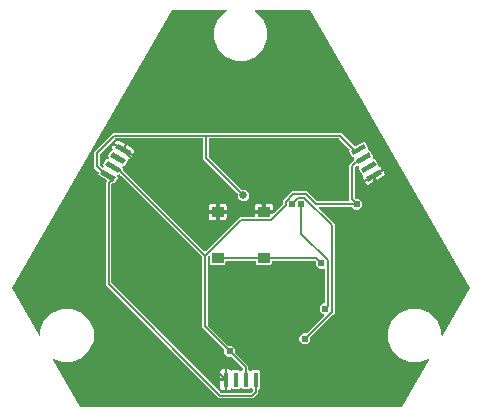
<source format=gtl>
G04 EAGLE Gerber RS-274X export*
G75*
%MOMM*%
%FSLAX34Y34*%
%LPD*%
%INTop Copper*%
%IPPOS*%
%AMOC8*
5,1,8,0,0,1.08239X$1,22.5*%
G01*
%ADD10R,1.000000X0.900000*%
%ADD11R,0.420000X1.300000*%
%ADD12C,0.152400*%
%ADD13C,0.609600*%
%ADD14C,0.654800*%

G36*
X336067Y9250D02*
X336067Y9250D01*
X336134Y9251D01*
X336187Y9269D01*
X336243Y9279D01*
X336302Y9310D01*
X336366Y9333D01*
X336411Y9367D01*
X336460Y9394D01*
X336507Y9443D01*
X336560Y9484D01*
X336607Y9548D01*
X336630Y9572D01*
X336638Y9591D01*
X336659Y9619D01*
X359419Y49044D01*
X359462Y49157D01*
X359505Y49270D01*
X359505Y49272D01*
X359506Y49274D01*
X359510Y49393D01*
X359515Y49515D01*
X359515Y49517D01*
X359515Y49519D01*
X359480Y49636D01*
X359447Y49752D01*
X359446Y49753D01*
X359445Y49755D01*
X359375Y49855D01*
X359307Y49954D01*
X359305Y49955D01*
X359304Y49957D01*
X359206Y50029D01*
X359109Y50100D01*
X359107Y50101D01*
X359105Y50102D01*
X358990Y50139D01*
X358875Y50177D01*
X358873Y50177D01*
X358871Y50177D01*
X358750Y50175D01*
X358629Y50174D01*
X358627Y50174D01*
X358625Y50173D01*
X358618Y50171D01*
X358468Y50127D01*
X352027Y47459D01*
X343059Y47459D01*
X334775Y50891D01*
X328434Y57232D01*
X325002Y65516D01*
X325002Y74484D01*
X328434Y82768D01*
X334775Y89109D01*
X343059Y92541D01*
X352027Y92541D01*
X360311Y89109D01*
X366652Y82768D01*
X370084Y74484D01*
X370084Y70359D01*
X370091Y70311D01*
X370090Y70263D01*
X370111Y70191D01*
X370123Y70116D01*
X370146Y70073D01*
X370160Y70027D01*
X370203Y69965D01*
X370239Y69898D01*
X370273Y69865D01*
X370301Y69826D01*
X370362Y69781D01*
X370417Y69729D01*
X370460Y69709D01*
X370499Y69680D01*
X370571Y69657D01*
X370640Y69625D01*
X370688Y69620D01*
X370733Y69605D01*
X370809Y69607D01*
X370884Y69598D01*
X370931Y69608D01*
X370979Y69609D01*
X371051Y69634D01*
X371125Y69651D01*
X371166Y69675D01*
X371211Y69691D01*
X371271Y69738D01*
X371336Y69777D01*
X371367Y69813D01*
X371405Y69843D01*
X371481Y69946D01*
X371496Y69964D01*
X371498Y69970D01*
X371504Y69978D01*
X394389Y109619D01*
X394413Y109683D01*
X394446Y109742D01*
X394456Y109797D01*
X394476Y109850D01*
X394479Y109917D01*
X394491Y109983D01*
X394483Y110039D01*
X394485Y110095D01*
X394466Y110160D01*
X394457Y110227D01*
X394425Y110300D01*
X394415Y110331D01*
X394403Y110348D01*
X394389Y110381D01*
X258719Y345381D01*
X258676Y345433D01*
X258642Y345491D01*
X258599Y345527D01*
X258564Y345571D01*
X258506Y345607D01*
X258455Y345651D01*
X258403Y345672D01*
X258355Y345702D01*
X258290Y345717D01*
X258227Y345743D01*
X258148Y345752D01*
X258116Y345759D01*
X258095Y345757D01*
X258060Y345761D01*
X212925Y345761D01*
X212829Y345746D01*
X212732Y345736D01*
X212708Y345726D01*
X212682Y345722D01*
X212596Y345676D01*
X212507Y345636D01*
X212488Y345619D01*
X212465Y345606D01*
X212398Y345536D01*
X212326Y345470D01*
X212313Y345447D01*
X212295Y345428D01*
X212254Y345340D01*
X212207Y345254D01*
X212203Y345229D01*
X212192Y345205D01*
X212181Y345108D01*
X212164Y345012D01*
X212167Y344986D01*
X212165Y344961D01*
X212185Y344865D01*
X212199Y344769D01*
X212211Y344746D01*
X212217Y344720D01*
X212267Y344637D01*
X212311Y344550D01*
X212330Y344531D01*
X212343Y344509D01*
X212417Y344446D01*
X212486Y344378D01*
X212515Y344362D01*
X212530Y344349D01*
X212561Y344337D01*
X212633Y344297D01*
X213086Y344109D01*
X219427Y337768D01*
X222859Y329484D01*
X222859Y320516D01*
X219427Y312232D01*
X213086Y305891D01*
X204802Y302459D01*
X195834Y302459D01*
X187550Y305891D01*
X181209Y312232D01*
X177777Y320516D01*
X177777Y329484D01*
X181209Y337768D01*
X187550Y344109D01*
X188003Y344297D01*
X188086Y344348D01*
X188171Y344394D01*
X188189Y344412D01*
X188212Y344426D01*
X188274Y344502D01*
X188341Y344572D01*
X188352Y344596D01*
X188368Y344616D01*
X188403Y344707D01*
X188444Y344795D01*
X188447Y344821D01*
X188457Y344845D01*
X188461Y344943D01*
X188471Y345039D01*
X188466Y345065D01*
X188467Y345091D01*
X188440Y345185D01*
X188419Y345280D01*
X188406Y345302D01*
X188399Y345327D01*
X188343Y345407D01*
X188293Y345491D01*
X188273Y345508D01*
X188258Y345529D01*
X188180Y345588D01*
X188106Y345651D01*
X188082Y345661D01*
X188061Y345676D01*
X187968Y345706D01*
X187878Y345743D01*
X187846Y345746D01*
X187827Y345752D01*
X187794Y345752D01*
X187711Y345761D01*
X142580Y345761D01*
X142513Y345750D01*
X142446Y345749D01*
X142393Y345731D01*
X142337Y345722D01*
X142278Y345690D01*
X142214Y345667D01*
X142169Y345633D01*
X142120Y345606D01*
X142073Y345557D01*
X142020Y345516D01*
X141973Y345452D01*
X141951Y345428D01*
X141942Y345409D01*
X141921Y345381D01*
X6251Y110381D01*
X6227Y110317D01*
X6194Y110258D01*
X6184Y110203D01*
X6164Y110151D01*
X6161Y110083D01*
X6149Y110017D01*
X6157Y109961D01*
X6155Y109905D01*
X6174Y109840D01*
X6183Y109773D01*
X6215Y109700D01*
X6225Y109669D01*
X6237Y109652D01*
X6251Y109619D01*
X29133Y69990D01*
X29163Y69953D01*
X29186Y69910D01*
X29240Y69858D01*
X29289Y69800D01*
X29329Y69774D01*
X29364Y69741D01*
X29433Y69709D01*
X29497Y69669D01*
X29544Y69658D01*
X29587Y69637D01*
X29662Y69629D01*
X29736Y69611D01*
X29784Y69616D01*
X29831Y69610D01*
X29906Y69626D01*
X29981Y69633D01*
X30025Y69652D01*
X30072Y69663D01*
X30137Y69702D01*
X30206Y69732D01*
X30242Y69764D01*
X30283Y69789D01*
X30332Y69846D01*
X30388Y69897D01*
X30412Y69939D01*
X30443Y69976D01*
X30471Y70046D01*
X30508Y70112D01*
X30517Y70159D01*
X30535Y70204D01*
X30549Y70332D01*
X30553Y70354D01*
X30552Y70361D01*
X30553Y70371D01*
X30553Y74484D01*
X33985Y82768D01*
X40326Y89109D01*
X48610Y92541D01*
X57578Y92541D01*
X65862Y89109D01*
X72203Y82768D01*
X75635Y74484D01*
X75635Y65516D01*
X72203Y57232D01*
X65862Y50891D01*
X57578Y47459D01*
X48610Y47459D01*
X42181Y50123D01*
X42062Y50150D01*
X41945Y50178D01*
X41943Y50178D01*
X41941Y50179D01*
X41822Y50167D01*
X41700Y50157D01*
X41698Y50156D01*
X41696Y50156D01*
X41587Y50107D01*
X41475Y50058D01*
X41473Y50056D01*
X41472Y50056D01*
X41382Y49973D01*
X41293Y49892D01*
X41292Y49891D01*
X41290Y49889D01*
X41231Y49780D01*
X41173Y49678D01*
X41173Y49676D01*
X41172Y49674D01*
X41150Y49552D01*
X41128Y49436D01*
X41129Y49434D01*
X41128Y49432D01*
X41146Y49309D01*
X41163Y49192D01*
X41164Y49190D01*
X41164Y49188D01*
X41168Y49181D01*
X41230Y49039D01*
X63991Y9619D01*
X64034Y9567D01*
X64068Y9509D01*
X64111Y9473D01*
X64147Y9429D01*
X64204Y9393D01*
X64255Y9349D01*
X64307Y9328D01*
X64355Y9298D01*
X64421Y9283D01*
X64483Y9257D01*
X64562Y9248D01*
X64594Y9241D01*
X64615Y9243D01*
X64650Y9239D01*
X336000Y9239D01*
X336067Y9250D01*
G37*
%LPC*%
G36*
X182053Y16713D02*
X182053Y16713D01*
X86213Y112553D01*
X86213Y199947D01*
X86794Y200528D01*
X86864Y200625D01*
X86934Y200720D01*
X86935Y200724D01*
X86938Y200728D01*
X86972Y200841D01*
X87009Y200955D01*
X87009Y200959D01*
X87010Y200963D01*
X87007Y201081D01*
X87005Y201201D01*
X87004Y201204D01*
X87004Y201209D01*
X86963Y201321D01*
X86923Y201432D01*
X86921Y201436D01*
X86919Y201440D01*
X86845Y201532D01*
X86840Y201538D01*
X86825Y201565D01*
X86810Y201577D01*
X86772Y201626D01*
X86768Y201629D01*
X86765Y201632D01*
X86754Y201639D01*
X86638Y201725D01*
X86636Y201726D01*
X79865Y205635D01*
X79538Y206855D01*
X79932Y207536D01*
X79947Y207577D01*
X79971Y207614D01*
X79991Y207692D01*
X80019Y207766D01*
X80020Y207810D01*
X80031Y207853D01*
X80025Y207932D01*
X80028Y208012D01*
X80015Y208054D01*
X80012Y208098D01*
X79981Y208171D01*
X79977Y208184D01*
X79972Y208205D01*
X79969Y208210D01*
X79958Y208248D01*
X79933Y208284D01*
X79916Y208324D01*
X79858Y208396D01*
X79846Y208416D01*
X79834Y208427D01*
X79825Y208438D01*
X79817Y208449D01*
X79814Y208451D01*
X79811Y208455D01*
X76213Y212053D01*
X76213Y225447D01*
X92053Y241287D01*
X285447Y241287D01*
X296593Y230141D01*
X296629Y230115D01*
X296658Y230083D01*
X296728Y230044D01*
X296793Y229997D01*
X296835Y229984D01*
X296873Y229963D01*
X296951Y229949D01*
X297028Y229925D01*
X297072Y229926D01*
X297115Y229918D01*
X297194Y229929D01*
X297274Y229931D01*
X297315Y229946D01*
X297358Y229953D01*
X297491Y230011D01*
X297505Y230016D01*
X297507Y230018D01*
X297512Y230020D01*
X304400Y233997D01*
X305620Y233670D01*
X308352Y228939D01*
X307993Y227600D01*
X307991Y227580D01*
X307984Y227561D01*
X307979Y227458D01*
X307968Y227355D01*
X307973Y227335D01*
X307972Y227316D01*
X308000Y227216D01*
X308023Y227115D01*
X308034Y227098D01*
X308039Y227079D01*
X308098Y226993D01*
X308152Y226905D01*
X308167Y226893D01*
X308178Y226876D01*
X308261Y226814D01*
X308340Y226748D01*
X308359Y226740D01*
X308375Y226728D01*
X308531Y226667D01*
X309870Y226309D01*
X312602Y221577D01*
X312243Y220238D01*
X312241Y220219D01*
X312234Y220200D01*
X312229Y220097D01*
X312218Y219994D01*
X312223Y219974D01*
X312222Y219954D01*
X312250Y219855D01*
X312273Y219754D01*
X312284Y219737D01*
X312289Y219718D01*
X312348Y219632D01*
X312402Y219544D01*
X312417Y219531D01*
X312428Y219515D01*
X312511Y219453D01*
X312590Y219386D01*
X312609Y219379D01*
X312625Y219367D01*
X312781Y219306D01*
X314120Y218947D01*
X316852Y214216D01*
X316734Y213776D01*
X316722Y213656D01*
X316709Y213539D01*
X316710Y213535D01*
X316709Y213531D01*
X316736Y213415D01*
X316761Y213299D01*
X316763Y213295D01*
X316764Y213291D01*
X316826Y213190D01*
X316887Y213088D01*
X316890Y213085D01*
X316892Y213082D01*
X316983Y213006D01*
X317074Y212928D01*
X317078Y212926D01*
X317081Y212924D01*
X317190Y212881D01*
X317302Y212836D01*
X317307Y212835D01*
X317310Y212834D01*
X317324Y212834D01*
X317469Y212818D01*
X317700Y212818D01*
X318346Y212644D01*
X318925Y212310D01*
X319398Y211837D01*
X320091Y210637D01*
X312511Y206261D01*
X312496Y206248D01*
X312477Y206240D01*
X312401Y206171D01*
X312321Y206105D01*
X312310Y206088D01*
X312295Y206075D01*
X312286Y206058D01*
X312204Y206051D01*
X312185Y206043D01*
X312166Y206040D01*
X312012Y205973D01*
X304432Y201596D01*
X303739Y202796D01*
X303566Y203442D01*
X303566Y204111D01*
X303739Y204758D01*
X303855Y204958D01*
X303897Y205069D01*
X303940Y205180D01*
X303940Y205184D01*
X303942Y205188D01*
X303946Y205308D01*
X303952Y205425D01*
X303951Y205429D01*
X303951Y205433D01*
X303917Y205548D01*
X303885Y205662D01*
X303882Y205665D01*
X303881Y205669D01*
X303813Y205766D01*
X303746Y205865D01*
X303742Y205867D01*
X303740Y205871D01*
X303645Y205941D01*
X303549Y206012D01*
X303544Y206014D01*
X303542Y206016D01*
X303529Y206020D01*
X303393Y206073D01*
X302952Y206191D01*
X300221Y210923D01*
X300580Y212262D01*
X300582Y212281D01*
X300589Y212300D01*
X300594Y212403D01*
X300604Y212506D01*
X300600Y212526D01*
X300601Y212546D01*
X300572Y212645D01*
X300549Y212746D01*
X300539Y212763D01*
X300533Y212782D01*
X300475Y212868D01*
X300421Y212956D01*
X300405Y212969D01*
X300394Y212985D01*
X300312Y213047D01*
X300232Y213114D01*
X300213Y213121D01*
X300198Y213133D01*
X300041Y213194D01*
X298799Y213527D01*
X298732Y213533D01*
X298666Y213550D01*
X298610Y213546D01*
X298554Y213551D01*
X298488Y213536D01*
X298421Y213531D01*
X298369Y213509D01*
X298314Y213496D01*
X298257Y213461D01*
X298195Y213435D01*
X298133Y213385D01*
X298105Y213368D01*
X298091Y213352D01*
X298064Y213330D01*
X297010Y212276D01*
X296957Y212202D01*
X296936Y212178D01*
X296918Y212159D01*
X296916Y212155D01*
X296897Y212132D01*
X296885Y212102D01*
X296866Y212076D01*
X296839Y211989D01*
X296815Y211936D01*
X296814Y211925D01*
X296805Y211904D01*
X296801Y211863D01*
X296794Y211841D01*
X296795Y211809D01*
X296787Y211737D01*
X296787Y186334D01*
X296790Y186314D01*
X296788Y186295D01*
X296810Y186193D01*
X296826Y186091D01*
X296836Y186074D01*
X296840Y186054D01*
X296893Y185965D01*
X296942Y185874D01*
X296956Y185860D01*
X296966Y185843D01*
X297045Y185776D01*
X297120Y185704D01*
X297138Y185696D01*
X297153Y185683D01*
X297249Y185644D01*
X297343Y185601D01*
X297363Y185599D01*
X297381Y185591D01*
X297548Y185573D01*
X300394Y185573D01*
X303073Y182894D01*
X303073Y179106D01*
X300394Y176427D01*
X296606Y176427D01*
X294543Y178490D01*
X294469Y178543D01*
X294399Y178603D01*
X294369Y178615D01*
X294343Y178634D01*
X294256Y178661D01*
X294171Y178695D01*
X294130Y178699D01*
X294108Y178706D01*
X294076Y178705D01*
X294005Y178713D01*
X266858Y178713D01*
X266788Y178702D01*
X266716Y178700D01*
X266667Y178682D01*
X266616Y178674D01*
X266552Y178640D01*
X266485Y178615D01*
X266444Y178583D01*
X266398Y178558D01*
X266349Y178506D01*
X266293Y178462D01*
X266265Y178418D01*
X266229Y178380D01*
X266199Y178315D01*
X266160Y178255D01*
X266147Y178204D01*
X266125Y178157D01*
X266117Y178086D01*
X266100Y178016D01*
X266104Y177964D01*
X266098Y177913D01*
X266113Y177842D01*
X266119Y177771D01*
X266139Y177723D01*
X266150Y177672D01*
X266187Y177611D01*
X266215Y177545D01*
X266260Y177489D01*
X266277Y177461D01*
X266294Y177446D01*
X266320Y177414D01*
X279787Y163947D01*
X279787Y89053D01*
X278224Y87490D01*
X259296Y68562D01*
X259243Y68488D01*
X259183Y68418D01*
X259171Y68388D01*
X259152Y68362D01*
X259125Y68275D01*
X259091Y68190D01*
X259087Y68149D01*
X259080Y68127D01*
X259081Y68095D01*
X259073Y68024D01*
X259073Y65106D01*
X256394Y62427D01*
X252606Y62427D01*
X249927Y65106D01*
X249927Y68894D01*
X252606Y71573D01*
X255524Y71573D01*
X255614Y71587D01*
X255705Y71595D01*
X255734Y71607D01*
X255766Y71612D01*
X255847Y71655D01*
X255931Y71691D01*
X255963Y71717D01*
X255984Y71728D01*
X256006Y71751D01*
X256062Y71796D01*
X270894Y86628D01*
X270936Y86686D01*
X270985Y86738D01*
X271007Y86785D01*
X271037Y86827D01*
X271058Y86896D01*
X271089Y86961D01*
X271094Y87013D01*
X271110Y87063D01*
X271108Y87134D01*
X271116Y87205D01*
X271105Y87256D01*
X271103Y87308D01*
X271079Y87376D01*
X271064Y87446D01*
X271037Y87490D01*
X271019Y87539D01*
X270974Y87595D01*
X270937Y87657D01*
X270898Y87691D01*
X270865Y87731D01*
X270805Y87770D01*
X270750Y87817D01*
X270702Y87836D01*
X270658Y87864D01*
X270589Y87882D01*
X270522Y87909D01*
X270451Y87917D01*
X270420Y87925D01*
X270396Y87923D01*
X270356Y87927D01*
X270106Y87927D01*
X267427Y90606D01*
X267427Y94394D01*
X270106Y97073D01*
X270952Y97073D01*
X270972Y97076D01*
X270991Y97074D01*
X271093Y97096D01*
X271195Y97112D01*
X271212Y97122D01*
X271232Y97126D01*
X271321Y97179D01*
X271412Y97228D01*
X271426Y97242D01*
X271443Y97252D01*
X271510Y97331D01*
X271582Y97406D01*
X271590Y97424D01*
X271603Y97439D01*
X271642Y97535D01*
X271685Y97629D01*
X271687Y97649D01*
X271695Y97667D01*
X271713Y97834D01*
X271713Y125909D01*
X271702Y125979D01*
X271700Y126051D01*
X271682Y126100D01*
X271674Y126151D01*
X271640Y126215D01*
X271615Y126282D01*
X271583Y126323D01*
X271558Y126369D01*
X271507Y126418D01*
X271462Y126474D01*
X271418Y126502D01*
X271380Y126538D01*
X271315Y126568D01*
X271255Y126607D01*
X271204Y126620D01*
X271157Y126642D01*
X271086Y126650D01*
X271016Y126667D01*
X270964Y126663D01*
X270913Y126669D01*
X270842Y126654D01*
X270771Y126648D01*
X270723Y126628D01*
X270672Y126617D01*
X270611Y126580D01*
X270545Y126552D01*
X270489Y126507D01*
X270461Y126490D01*
X270446Y126473D01*
X270414Y126447D01*
X270394Y126427D01*
X266606Y126427D01*
X263927Y129106D01*
X263927Y132023D01*
X263913Y132114D01*
X263905Y132204D01*
X263893Y132234D01*
X263888Y132266D01*
X263845Y132347D01*
X263809Y132431D01*
X263783Y132463D01*
X263772Y132484D01*
X263749Y132506D01*
X263704Y132562D01*
X263276Y132990D01*
X263202Y133043D01*
X263132Y133103D01*
X263102Y133115D01*
X263076Y133134D01*
X262989Y133161D01*
X262904Y133195D01*
X262863Y133199D01*
X262841Y133206D01*
X262809Y133205D01*
X262737Y133213D01*
X227106Y133213D01*
X227086Y133210D01*
X227067Y133212D01*
X226965Y133190D01*
X226863Y133174D01*
X226846Y133164D01*
X226826Y133160D01*
X226737Y133107D01*
X226646Y133058D01*
X226632Y133044D01*
X226615Y133034D01*
X226548Y132955D01*
X226476Y132880D01*
X226468Y132862D01*
X226455Y132847D01*
X226416Y132751D01*
X226373Y132657D01*
X226371Y132637D01*
X226363Y132619D01*
X226345Y132452D01*
X226345Y130368D01*
X225452Y129475D01*
X214188Y129475D01*
X213295Y130368D01*
X213295Y132452D01*
X213292Y132472D01*
X213294Y132491D01*
X213272Y132593D01*
X213256Y132695D01*
X213246Y132712D01*
X213242Y132732D01*
X213189Y132821D01*
X213140Y132912D01*
X213126Y132926D01*
X213116Y132943D01*
X213037Y133010D01*
X212962Y133082D01*
X212944Y133090D01*
X212929Y133103D01*
X212833Y133142D01*
X212739Y133185D01*
X212719Y133187D01*
X212701Y133195D01*
X212534Y133213D01*
X188106Y133213D01*
X188086Y133210D01*
X188067Y133212D01*
X187965Y133190D01*
X187863Y133174D01*
X187846Y133164D01*
X187826Y133160D01*
X187737Y133107D01*
X187646Y133058D01*
X187632Y133044D01*
X187615Y133034D01*
X187548Y132955D01*
X187476Y132880D01*
X187468Y132862D01*
X187455Y132847D01*
X187416Y132751D01*
X187373Y132657D01*
X187371Y132637D01*
X187363Y132619D01*
X187345Y132452D01*
X187345Y130368D01*
X186452Y129475D01*
X175188Y129475D01*
X174295Y130368D01*
X174295Y136724D01*
X174284Y136794D01*
X174282Y136866D01*
X174264Y136915D01*
X174256Y136966D01*
X174222Y137030D01*
X174197Y137097D01*
X174165Y137138D01*
X174140Y137184D01*
X174088Y137233D01*
X174044Y137289D01*
X174000Y137317D01*
X173962Y137353D01*
X173897Y137383D01*
X173837Y137422D01*
X173786Y137435D01*
X173739Y137457D01*
X173668Y137465D01*
X173598Y137482D01*
X173546Y137478D01*
X173495Y137484D01*
X173424Y137469D01*
X173353Y137463D01*
X173305Y137443D01*
X173254Y137432D01*
X173193Y137395D01*
X173127Y137367D01*
X173071Y137322D01*
X173043Y137305D01*
X173028Y137288D01*
X172996Y137262D01*
X172510Y136776D01*
X172456Y136702D01*
X172397Y136632D01*
X172385Y136602D01*
X172366Y136576D01*
X172339Y136489D01*
X172305Y136404D01*
X172301Y136363D01*
X172294Y136341D01*
X172295Y136309D01*
X172287Y136237D01*
X172287Y78763D01*
X172301Y78672D01*
X172309Y78582D01*
X172321Y78552D01*
X172326Y78520D01*
X172369Y78439D01*
X172405Y78355D01*
X172431Y78323D01*
X172442Y78302D01*
X172465Y78280D01*
X172510Y78224D01*
X189438Y61296D01*
X189512Y61243D01*
X189582Y61183D01*
X189612Y61171D01*
X189638Y61152D01*
X189725Y61125D01*
X189810Y61091D01*
X189851Y61087D01*
X189873Y61080D01*
X189905Y61081D01*
X189977Y61073D01*
X192894Y61073D01*
X195573Y58394D01*
X195573Y55477D01*
X195587Y55386D01*
X195595Y55296D01*
X195607Y55266D01*
X195612Y55234D01*
X195655Y55153D01*
X195691Y55069D01*
X195717Y55037D01*
X195728Y55016D01*
X195751Y54994D01*
X195796Y54938D01*
X206787Y43947D01*
X206787Y41286D01*
X206790Y41266D01*
X206788Y41247D01*
X206810Y41145D01*
X206826Y41043D01*
X206836Y41026D01*
X206840Y41006D01*
X206893Y40917D01*
X206942Y40826D01*
X206956Y40812D01*
X206966Y40795D01*
X207045Y40728D01*
X207120Y40656D01*
X207138Y40648D01*
X207153Y40635D01*
X207217Y40609D01*
X208282Y39545D01*
X208298Y39533D01*
X208310Y39517D01*
X208398Y39461D01*
X208481Y39401D01*
X208500Y39395D01*
X208517Y39384D01*
X208618Y39359D01*
X208717Y39329D01*
X208736Y39329D01*
X208756Y39324D01*
X208859Y39332D01*
X208962Y39335D01*
X208981Y39342D01*
X209001Y39343D01*
X209096Y39384D01*
X209193Y39419D01*
X209209Y39432D01*
X209227Y39440D01*
X209358Y39545D01*
X210338Y40525D01*
X215802Y40525D01*
X216695Y39632D01*
X216695Y25368D01*
X215719Y24392D01*
X215679Y24369D01*
X215588Y24320D01*
X215574Y24306D01*
X215557Y24296D01*
X215490Y24217D01*
X215418Y24142D01*
X215410Y24124D01*
X215397Y24109D01*
X215358Y24013D01*
X215315Y23919D01*
X215313Y23899D01*
X215305Y23881D01*
X215287Y23714D01*
X215287Y21053D01*
X210947Y16713D01*
X182053Y16713D01*
G37*
%LPD*%
G36*
X170039Y141060D02*
X170039Y141060D01*
X170142Y141063D01*
X170161Y141070D01*
X170181Y141071D01*
X170276Y141111D01*
X170373Y141147D01*
X170389Y141160D01*
X170407Y141167D01*
X170538Y141272D01*
X199267Y170001D01*
X211518Y170001D01*
X211538Y170004D01*
X211557Y170002D01*
X211659Y170024D01*
X211761Y170040D01*
X211778Y170050D01*
X211798Y170054D01*
X211887Y170107D01*
X211978Y170156D01*
X211992Y170170D01*
X212009Y170180D01*
X212076Y170259D01*
X212148Y170334D01*
X212156Y170352D01*
X212169Y170367D01*
X212208Y170463D01*
X212251Y170557D01*
X212253Y170577D01*
X212261Y170595D01*
X212279Y170762D01*
X212279Y172977D01*
X219058Y172977D01*
X219078Y172980D01*
X219097Y172978D01*
X219199Y173000D01*
X219301Y173017D01*
X219318Y173026D01*
X219338Y173030D01*
X219427Y173083D01*
X219518Y173132D01*
X219532Y173146D01*
X219549Y173156D01*
X219616Y173235D01*
X219687Y173310D01*
X219696Y173328D01*
X219709Y173343D01*
X219748Y173439D01*
X219791Y173533D01*
X219793Y173553D01*
X219801Y173571D01*
X219819Y173738D01*
X219819Y174501D01*
X219821Y174501D01*
X219821Y173738D01*
X219824Y173718D01*
X219822Y173699D01*
X219844Y173597D01*
X219861Y173495D01*
X219870Y173478D01*
X219874Y173458D01*
X219927Y173369D01*
X219976Y173278D01*
X219990Y173264D01*
X220000Y173247D01*
X220079Y173180D01*
X220154Y173109D01*
X220172Y173100D01*
X220187Y173087D01*
X220283Y173048D01*
X220377Y173005D01*
X220397Y173003D01*
X220415Y172995D01*
X220582Y172977D01*
X227480Y172977D01*
X227571Y172992D01*
X227661Y172999D01*
X227691Y173011D01*
X227723Y173017D01*
X227804Y173059D01*
X227888Y173095D01*
X227920Y173121D01*
X227941Y173132D01*
X227963Y173155D01*
X228019Y173200D01*
X235656Y180837D01*
X235709Y180911D01*
X235769Y180981D01*
X235781Y181011D01*
X235800Y181037D01*
X235827Y181124D01*
X235861Y181209D01*
X235865Y181250D01*
X235872Y181272D01*
X235871Y181304D01*
X235879Y181376D01*
X235879Y184157D01*
X243557Y191835D01*
X256210Y191835D01*
X264535Y183510D01*
X264609Y183457D01*
X264678Y183397D01*
X264708Y183385D01*
X264735Y183366D01*
X264821Y183339D01*
X264906Y183305D01*
X264947Y183301D01*
X264970Y183294D01*
X265002Y183295D01*
X265073Y183287D01*
X291452Y183287D01*
X291472Y183290D01*
X291491Y183288D01*
X291593Y183310D01*
X291695Y183326D01*
X291712Y183336D01*
X291732Y183340D01*
X291821Y183393D01*
X291912Y183442D01*
X291926Y183456D01*
X291943Y183466D01*
X292010Y183545D01*
X292082Y183620D01*
X292090Y183638D01*
X292103Y183653D01*
X292142Y183749D01*
X292185Y183843D01*
X292187Y183863D01*
X292195Y183881D01*
X292213Y184048D01*
X292213Y213947D01*
X293776Y215510D01*
X295770Y217504D01*
X295795Y217539D01*
X295828Y217569D01*
X295867Y217639D01*
X295913Y217703D01*
X295926Y217745D01*
X295948Y217784D01*
X295962Y217862D01*
X295986Y217938D01*
X295985Y217982D01*
X295993Y218026D01*
X295981Y218105D01*
X295979Y218184D01*
X295964Y218226D01*
X295961Y218248D01*
X296330Y219623D01*
X296332Y219643D01*
X296339Y219661D01*
X296344Y219764D01*
X296354Y219868D01*
X296350Y219887D01*
X296351Y219907D01*
X296322Y220007D01*
X296299Y220107D01*
X296289Y220124D01*
X296283Y220143D01*
X296225Y220229D01*
X296171Y220317D01*
X296155Y220330D01*
X296144Y220346D01*
X296062Y220408D01*
X295982Y220475D01*
X295963Y220482D01*
X295948Y220494D01*
X295791Y220555D01*
X294452Y220914D01*
X291721Y225645D01*
X292048Y226866D01*
X292138Y226939D01*
X292231Y227014D01*
X292234Y227017D01*
X292237Y227020D01*
X292300Y227121D01*
X292364Y227221D01*
X292365Y227225D01*
X292368Y227228D01*
X292395Y227343D01*
X292424Y227459D01*
X292424Y227464D01*
X292425Y227468D01*
X292414Y227586D01*
X292405Y227705D01*
X292404Y227709D01*
X292403Y227713D01*
X292355Y227822D01*
X292309Y227931D01*
X292306Y227935D01*
X292304Y227938D01*
X292295Y227948D01*
X292204Y228062D01*
X283776Y236490D01*
X283702Y236543D01*
X283632Y236603D01*
X283602Y236615D01*
X283576Y236634D01*
X283489Y236661D01*
X283404Y236695D01*
X283363Y236699D01*
X283341Y236706D01*
X283309Y236705D01*
X283237Y236713D01*
X173736Y236713D01*
X173716Y236710D01*
X173697Y236712D01*
X173595Y236690D01*
X173493Y236674D01*
X173476Y236664D01*
X173456Y236660D01*
X173367Y236607D01*
X173276Y236558D01*
X173262Y236544D01*
X173245Y236534D01*
X173178Y236455D01*
X173106Y236380D01*
X173098Y236362D01*
X173085Y236347D01*
X173046Y236251D01*
X173003Y236157D01*
X173001Y236137D01*
X172993Y236119D01*
X172975Y235952D01*
X172975Y221575D01*
X172989Y221484D01*
X172997Y221394D01*
X173009Y221364D01*
X173014Y221332D01*
X173057Y221251D01*
X173093Y221167D01*
X173119Y221135D01*
X173130Y221114D01*
X173153Y221092D01*
X173198Y221036D01*
X200712Y193522D01*
X200786Y193469D01*
X200856Y193409D01*
X200886Y193397D01*
X200912Y193378D01*
X200999Y193351D01*
X201084Y193317D01*
X201125Y193313D01*
X201147Y193306D01*
X201179Y193307D01*
X201251Y193299D01*
X204488Y193299D01*
X207299Y190488D01*
X207299Y186512D01*
X204488Y183701D01*
X200512Y183701D01*
X197701Y186512D01*
X197701Y189749D01*
X197687Y189840D01*
X197679Y189930D01*
X197667Y189960D01*
X197662Y189992D01*
X197619Y190073D01*
X197583Y190157D01*
X197557Y190189D01*
X197546Y190210D01*
X197523Y190232D01*
X197478Y190288D01*
X168401Y219365D01*
X168401Y235952D01*
X168398Y235972D01*
X168400Y235991D01*
X168378Y236093D01*
X168362Y236195D01*
X168352Y236212D01*
X168348Y236232D01*
X168295Y236321D01*
X168246Y236412D01*
X168232Y236426D01*
X168222Y236443D01*
X168143Y236510D01*
X168068Y236582D01*
X168050Y236590D01*
X168035Y236603D01*
X167939Y236642D01*
X167845Y236685D01*
X167825Y236687D01*
X167807Y236695D01*
X167640Y236713D01*
X94263Y236713D01*
X94172Y236699D01*
X94082Y236691D01*
X94052Y236679D01*
X94020Y236674D01*
X93939Y236631D01*
X93855Y236595D01*
X93823Y236569D01*
X93802Y236558D01*
X93780Y236535D01*
X93724Y236490D01*
X81010Y223776D01*
X80957Y223702D01*
X80897Y223632D01*
X80885Y223602D01*
X80866Y223576D01*
X80839Y223489D01*
X80805Y223404D01*
X80801Y223363D01*
X80794Y223341D01*
X80795Y223309D01*
X80787Y223237D01*
X80787Y214263D01*
X80801Y214172D01*
X80809Y214082D01*
X80821Y214052D01*
X80826Y214020D01*
X80869Y213939D01*
X80905Y213855D01*
X80931Y213823D01*
X80942Y213802D01*
X80965Y213780D01*
X81010Y213724D01*
X82652Y212082D01*
X82706Y212043D01*
X82755Y211996D01*
X82806Y211972D01*
X82851Y211939D01*
X82916Y211919D01*
X82977Y211890D01*
X83033Y211883D01*
X83086Y211866D01*
X83154Y211868D01*
X83221Y211860D01*
X83299Y211872D01*
X83332Y211873D01*
X83352Y211880D01*
X83387Y211885D01*
X83609Y211945D01*
X83627Y211953D01*
X83647Y211956D01*
X83739Y212003D01*
X83833Y212046D01*
X83848Y212060D01*
X83865Y212069D01*
X83938Y212143D01*
X84013Y212213D01*
X84023Y212231D01*
X84037Y212245D01*
X84081Y212339D01*
X84131Y212430D01*
X84134Y212449D01*
X84143Y212467D01*
X84155Y212570D01*
X84173Y212672D01*
X84170Y212692D01*
X84172Y212711D01*
X84147Y212877D01*
X83788Y214216D01*
X86520Y218947D01*
X87859Y219306D01*
X87877Y219314D01*
X87897Y219317D01*
X87989Y219365D01*
X88083Y219407D01*
X88098Y219421D01*
X88115Y219430D01*
X88188Y219504D01*
X88263Y219575D01*
X88273Y219592D01*
X88287Y219607D01*
X88331Y219700D01*
X88381Y219791D01*
X88384Y219811D01*
X88393Y219828D01*
X88405Y219931D01*
X88423Y220033D01*
X88420Y220053D01*
X88422Y220073D01*
X88397Y220238D01*
X88038Y221577D01*
X90770Y226309D01*
X91210Y226427D01*
X91319Y226475D01*
X91428Y226523D01*
X91431Y226526D01*
X91434Y226528D01*
X91522Y226609D01*
X91610Y226689D01*
X91612Y226692D01*
X91615Y226695D01*
X91671Y226799D01*
X91729Y226904D01*
X91730Y226908D01*
X91732Y226911D01*
X91753Y227028D01*
X91774Y227145D01*
X91774Y227149D01*
X91775Y227154D01*
X91756Y227273D01*
X91740Y227389D01*
X91738Y227393D01*
X91737Y227397D01*
X91731Y227409D01*
X91673Y227543D01*
X91557Y227742D01*
X91384Y228389D01*
X91384Y229058D01*
X91557Y229704D01*
X92250Y230903D01*
X99830Y226527D01*
X99848Y226520D01*
X99864Y226508D01*
X99963Y226477D01*
X100060Y226440D01*
X100080Y226439D01*
X100098Y226433D01*
X100118Y226434D01*
X100165Y226366D01*
X100181Y226354D01*
X100194Y226338D01*
X100329Y226239D01*
X107909Y221863D01*
X107216Y220663D01*
X106743Y220190D01*
X106164Y219856D01*
X105517Y219682D01*
X105286Y219682D01*
X105169Y219663D01*
X105052Y219645D01*
X105048Y219643D01*
X105044Y219643D01*
X104939Y219587D01*
X104833Y219533D01*
X104830Y219530D01*
X104826Y219528D01*
X104744Y219441D01*
X104662Y219356D01*
X104660Y219352D01*
X104657Y219349D01*
X104607Y219242D01*
X104556Y219134D01*
X104555Y219130D01*
X104553Y219126D01*
X104540Y219010D01*
X104526Y218890D01*
X104527Y218885D01*
X104526Y218882D01*
X104529Y218868D01*
X104551Y218724D01*
X104669Y218284D01*
X101938Y213553D01*
X100599Y213194D01*
X100580Y213186D01*
X100561Y213183D01*
X100469Y213135D01*
X100374Y213093D01*
X100360Y213079D01*
X100342Y213070D01*
X100270Y212996D01*
X100194Y212925D01*
X100185Y212908D01*
X100171Y212893D01*
X100126Y212800D01*
X100077Y212709D01*
X100073Y212689D01*
X100065Y212672D01*
X100052Y212569D01*
X100034Y212467D01*
X100037Y212447D01*
X100035Y212427D01*
X100060Y212262D01*
X100429Y210885D01*
X100402Y210813D01*
X100400Y210769D01*
X100389Y210727D01*
X100396Y210647D01*
X100393Y210567D01*
X100405Y210525D01*
X100409Y210481D01*
X100440Y210408D01*
X100463Y210331D01*
X100488Y210295D01*
X100505Y210255D01*
X100596Y210142D01*
X100604Y210130D01*
X100607Y210128D01*
X100610Y210124D01*
X169462Y141272D01*
X169478Y141261D01*
X169490Y141245D01*
X169578Y141189D01*
X169661Y141129D01*
X169680Y141123D01*
X169697Y141112D01*
X169798Y141087D01*
X169897Y141056D01*
X169916Y141057D01*
X169936Y141052D01*
X170039Y141060D01*
G37*
G36*
X208828Y21301D02*
X208828Y21301D01*
X208918Y21309D01*
X208948Y21321D01*
X208980Y21326D01*
X209061Y21369D01*
X209145Y21405D01*
X209177Y21431D01*
X209198Y21442D01*
X209220Y21465D01*
X209276Y21510D01*
X210490Y22724D01*
X210543Y22798D01*
X210603Y22868D01*
X210615Y22898D01*
X210634Y22924D01*
X210661Y23011D01*
X210695Y23096D01*
X210699Y23137D01*
X210706Y23159D01*
X210705Y23191D01*
X210713Y23263D01*
X210713Y23785D01*
X210699Y23875D01*
X210691Y23966D01*
X210679Y23996D01*
X210674Y24028D01*
X210631Y24109D01*
X210595Y24192D01*
X210569Y24225D01*
X210558Y24245D01*
X210535Y24267D01*
X210490Y24323D01*
X209358Y25455D01*
X209342Y25467D01*
X209330Y25483D01*
X209242Y25539D01*
X209159Y25599D01*
X209140Y25605D01*
X209123Y25616D01*
X209022Y25641D01*
X208923Y25671D01*
X208904Y25671D01*
X208884Y25676D01*
X208781Y25668D01*
X208678Y25665D01*
X208659Y25658D01*
X208639Y25657D01*
X208544Y25616D01*
X208447Y25581D01*
X208431Y25568D01*
X208413Y25560D01*
X208282Y25455D01*
X207302Y24475D01*
X201838Y24475D01*
X200858Y25455D01*
X200842Y25467D01*
X200830Y25483D01*
X200742Y25539D01*
X200659Y25599D01*
X200640Y25605D01*
X200623Y25616D01*
X200522Y25641D01*
X200423Y25671D01*
X200404Y25671D01*
X200384Y25676D01*
X200281Y25668D01*
X200178Y25665D01*
X200159Y25658D01*
X200139Y25657D01*
X200044Y25616D01*
X199947Y25581D01*
X199931Y25568D01*
X199913Y25560D01*
X199782Y25455D01*
X198802Y24475D01*
X193338Y24475D01*
X193016Y24798D01*
X192920Y24867D01*
X192824Y24937D01*
X192820Y24939D01*
X192816Y24941D01*
X192703Y24976D01*
X192589Y25012D01*
X192585Y25012D01*
X192581Y25014D01*
X192463Y25010D01*
X192343Y25009D01*
X192340Y25007D01*
X192335Y25007D01*
X192223Y24966D01*
X192112Y24927D01*
X192108Y24924D01*
X192104Y24923D01*
X192010Y24848D01*
X191918Y24775D01*
X191915Y24771D01*
X191912Y24769D01*
X191905Y24757D01*
X191819Y24640D01*
X191703Y24440D01*
X191230Y23967D01*
X190651Y23632D01*
X190004Y23459D01*
X188619Y23459D01*
X188619Y32212D01*
X188616Y32231D01*
X188618Y32251D01*
X188596Y32353D01*
X188580Y32455D01*
X188570Y32472D01*
X188566Y32492D01*
X188556Y32508D01*
X188591Y32583D01*
X188593Y32603D01*
X188601Y32621D01*
X188619Y32788D01*
X188619Y41541D01*
X190005Y41541D01*
X190651Y41368D01*
X191230Y41033D01*
X191703Y40560D01*
X191819Y40360D01*
X191893Y40269D01*
X191968Y40175D01*
X191972Y40173D01*
X191974Y40170D01*
X192075Y40107D01*
X192175Y40042D01*
X192179Y40041D01*
X192183Y40039D01*
X192298Y40011D01*
X192414Y39982D01*
X192418Y39982D01*
X192422Y39981D01*
X192542Y39992D01*
X192659Y40001D01*
X192663Y40003D01*
X192667Y40003D01*
X192778Y40052D01*
X192885Y40098D01*
X192889Y40101D01*
X192892Y40102D01*
X192903Y40112D01*
X193016Y40202D01*
X193338Y40525D01*
X198802Y40525D01*
X199782Y39545D01*
X199798Y39533D01*
X199810Y39517D01*
X199898Y39461D01*
X199981Y39401D01*
X200000Y39395D01*
X200017Y39384D01*
X200118Y39359D01*
X200217Y39329D01*
X200236Y39329D01*
X200256Y39324D01*
X200359Y39332D01*
X200462Y39335D01*
X200481Y39342D01*
X200501Y39343D01*
X200596Y39384D01*
X200693Y39419D01*
X200709Y39432D01*
X200727Y39440D01*
X200858Y39545D01*
X201990Y40677D01*
X202033Y40736D01*
X202078Y40783D01*
X202086Y40800D01*
X202103Y40820D01*
X202115Y40850D01*
X202134Y40876D01*
X202159Y40957D01*
X202182Y41006D01*
X202183Y41019D01*
X202195Y41048D01*
X202199Y41089D01*
X202206Y41111D01*
X202205Y41144D01*
X202213Y41215D01*
X202213Y41737D01*
X202199Y41828D01*
X202191Y41918D01*
X202179Y41948D01*
X202174Y41980D01*
X202131Y42061D01*
X202095Y42145D01*
X202069Y42177D01*
X202058Y42198D01*
X202035Y42220D01*
X201990Y42276D01*
X192562Y51704D01*
X192488Y51757D01*
X192418Y51817D01*
X192388Y51829D01*
X192362Y51848D01*
X192275Y51875D01*
X192190Y51909D01*
X192149Y51913D01*
X192127Y51920D01*
X192095Y51919D01*
X192023Y51927D01*
X189106Y51927D01*
X186427Y54606D01*
X186427Y57523D01*
X186413Y57614D01*
X186405Y57704D01*
X186393Y57734D01*
X186388Y57766D01*
X186345Y57847D01*
X186309Y57931D01*
X186283Y57963D01*
X186272Y57984D01*
X186249Y58006D01*
X186204Y58062D01*
X167713Y76553D01*
X167713Y136237D01*
X167699Y136328D01*
X167691Y136418D01*
X167679Y136448D01*
X167674Y136480D01*
X167631Y136561D01*
X167595Y136645D01*
X167569Y136677D01*
X167558Y136698D01*
X167535Y136720D01*
X167490Y136776D01*
X98304Y205962D01*
X98249Y206002D01*
X98200Y206049D01*
X98149Y206073D01*
X98104Y206106D01*
X98039Y206126D01*
X97978Y206155D01*
X97923Y206162D01*
X97869Y206178D01*
X97801Y206177D01*
X97734Y206185D01*
X97656Y206173D01*
X97623Y206172D01*
X97603Y206165D01*
X97568Y206159D01*
X96349Y205833D01*
X96330Y205824D01*
X96311Y205821D01*
X96219Y205774D01*
X96124Y205731D01*
X96110Y205718D01*
X96092Y205709D01*
X96020Y205634D01*
X95944Y205564D01*
X95935Y205547D01*
X95921Y205532D01*
X95876Y205439D01*
X95827Y205348D01*
X95823Y205328D01*
X95815Y205310D01*
X95802Y205208D01*
X95784Y205106D01*
X95787Y205086D01*
X95785Y205066D01*
X95810Y204900D01*
X96169Y203561D01*
X93438Y198830D01*
X92218Y198503D01*
X92102Y198570D01*
X92061Y198586D01*
X92024Y198609D01*
X91947Y198629D01*
X91872Y198657D01*
X91828Y198659D01*
X91785Y198669D01*
X91706Y198663D01*
X91626Y198666D01*
X91584Y198654D01*
X91540Y198650D01*
X91467Y198619D01*
X91390Y198596D01*
X91354Y198571D01*
X91314Y198554D01*
X91200Y198463D01*
X91189Y198455D01*
X91187Y198452D01*
X91183Y198449D01*
X91010Y198276D01*
X90956Y198202D01*
X90897Y198132D01*
X90885Y198102D01*
X90866Y198076D01*
X90839Y197989D01*
X90805Y197904D01*
X90801Y197863D01*
X90794Y197841D01*
X90795Y197809D01*
X90787Y197737D01*
X90787Y114763D01*
X90801Y114672D01*
X90809Y114582D01*
X90821Y114552D01*
X90826Y114520D01*
X90869Y114439D01*
X90905Y114355D01*
X90931Y114323D01*
X90942Y114302D01*
X90965Y114280D01*
X91010Y114224D01*
X183724Y21510D01*
X183798Y21457D01*
X183868Y21397D01*
X183898Y21385D01*
X183924Y21366D01*
X184011Y21339D01*
X184096Y21305D01*
X184137Y21301D01*
X184159Y21294D01*
X184191Y21295D01*
X184263Y21287D01*
X208737Y21287D01*
X208828Y21301D01*
G37*
%LPC*%
G36*
X221343Y176023D02*
X221343Y176023D01*
X221343Y181541D01*
X225154Y181541D01*
X225801Y181368D01*
X226380Y181033D01*
X226853Y180560D01*
X227188Y179981D01*
X227361Y179334D01*
X227361Y176023D01*
X221343Y176023D01*
G37*
%LPD*%
%LPC*%
G36*
X182343Y176023D02*
X182343Y176023D01*
X182343Y181541D01*
X186154Y181541D01*
X186801Y181368D01*
X187380Y181033D01*
X187853Y180560D01*
X188188Y179981D01*
X188361Y179334D01*
X188361Y176023D01*
X182343Y176023D01*
G37*
%LPD*%
%LPC*%
G36*
X212279Y176023D02*
X212279Y176023D01*
X212279Y179334D01*
X212452Y179981D01*
X212787Y180560D01*
X213260Y181033D01*
X213839Y181368D01*
X214486Y181541D01*
X218297Y181541D01*
X218297Y176023D01*
X212279Y176023D01*
G37*
%LPD*%
%LPC*%
G36*
X173279Y176023D02*
X173279Y176023D01*
X173279Y179334D01*
X173452Y179981D01*
X173787Y180560D01*
X174260Y181033D01*
X174839Y181368D01*
X175486Y181541D01*
X179297Y181541D01*
X179297Y176023D01*
X173279Y176023D01*
G37*
%LPD*%
%LPC*%
G36*
X182343Y167459D02*
X182343Y167459D01*
X182343Y172977D01*
X188361Y172977D01*
X188361Y169666D01*
X188188Y169019D01*
X187853Y168440D01*
X187380Y167967D01*
X186801Y167632D01*
X186154Y167459D01*
X182343Y167459D01*
G37*
%LPD*%
%LPC*%
G36*
X175486Y167459D02*
X175486Y167459D01*
X174839Y167632D01*
X174260Y167967D01*
X173787Y168440D01*
X173452Y169019D01*
X173279Y169666D01*
X173279Y172977D01*
X179297Y172977D01*
X179297Y167459D01*
X175486Y167459D01*
G37*
%LPD*%
%LPC*%
G36*
X102037Y227676D02*
X102037Y227676D01*
X103833Y230786D01*
X108843Y227894D01*
X109316Y227421D01*
X109651Y226841D01*
X109824Y226195D01*
X109824Y225526D01*
X109651Y224880D01*
X108958Y223680D01*
X102037Y227676D01*
G37*
%LPD*%
%LPC*%
G36*
X93299Y232721D02*
X93299Y232721D01*
X93992Y233920D01*
X94465Y234394D01*
X95044Y234728D01*
X95690Y234901D01*
X96359Y234901D01*
X97005Y234728D01*
X102015Y231835D01*
X100220Y228725D01*
X93299Y232721D01*
G37*
%LPD*%
%LPC*%
G36*
X314220Y204824D02*
X314220Y204824D01*
X321140Y208820D01*
X321833Y207620D01*
X322006Y206974D01*
X322006Y206305D01*
X321833Y205659D01*
X321498Y205079D01*
X321025Y204606D01*
X316015Y201714D01*
X314220Y204824D01*
G37*
%LPD*%
%LPC*%
G36*
X182929Y33549D02*
X182929Y33549D01*
X182929Y39334D01*
X183102Y39981D01*
X183437Y40560D01*
X183910Y41033D01*
X184489Y41368D01*
X185136Y41541D01*
X186521Y41541D01*
X186521Y33549D01*
X182929Y33549D01*
G37*
%LPD*%
%LPC*%
G36*
X307873Y197599D02*
X307873Y197599D01*
X307226Y197772D01*
X306647Y198106D01*
X306174Y198579D01*
X305481Y199779D01*
X312402Y203775D01*
X314198Y200665D01*
X309188Y197772D01*
X308542Y197599D01*
X307873Y197599D01*
G37*
%LPD*%
%LPC*%
G36*
X185136Y23459D02*
X185136Y23459D01*
X184489Y23632D01*
X183910Y23967D01*
X183437Y24440D01*
X183102Y25019D01*
X182929Y25666D01*
X182929Y31451D01*
X186521Y31451D01*
X186521Y23459D01*
X185136Y23459D01*
G37*
%LPD*%
%LPC*%
G36*
X180819Y174499D02*
X180819Y174499D01*
X180819Y174501D01*
X180821Y174501D01*
X180821Y174499D01*
X180819Y174499D01*
G37*
%LPD*%
D10*
X180820Y174500D03*
X219820Y174500D03*
X219820Y135500D03*
X180820Y135500D03*
D11*
X187570Y32500D03*
X196070Y32500D03*
X204570Y32500D03*
X213070Y32500D03*
G36*
X93925Y228723D02*
X96025Y232360D01*
X107283Y225861D01*
X105183Y222224D01*
X93925Y228723D01*
G37*
G36*
X89675Y221362D02*
X91775Y224999D01*
X103033Y218500D01*
X100933Y214863D01*
X89675Y221362D01*
G37*
G36*
X85425Y214000D02*
X87525Y217637D01*
X98783Y211138D01*
X96683Y207501D01*
X85425Y214000D01*
G37*
G36*
X81175Y206639D02*
X83275Y210276D01*
X94533Y203777D01*
X92433Y200140D01*
X81175Y206639D01*
G37*
G36*
X317365Y210276D02*
X319465Y206639D01*
X308207Y200140D01*
X306107Y203777D01*
X317365Y210276D01*
G37*
G36*
X313115Y217637D02*
X315215Y214000D01*
X303957Y207501D01*
X301857Y211138D01*
X313115Y217637D01*
G37*
G36*
X308865Y224999D02*
X310965Y221362D01*
X299707Y214863D01*
X297607Y218500D01*
X308865Y224999D01*
G37*
G36*
X304615Y232360D02*
X306715Y228723D01*
X295457Y222224D01*
X293357Y225861D01*
X304615Y232360D01*
G37*
D12*
X304000Y219500D02*
X301000Y219500D01*
X294500Y213000D01*
X294500Y185000D01*
X298500Y181000D01*
X304000Y219500D02*
X304286Y219931D01*
X204500Y43000D02*
X204500Y32500D01*
X204500Y43000D02*
X191000Y56500D01*
X204500Y32500D02*
X204570Y32500D01*
X95000Y212500D02*
X92500Y212500D01*
X95000Y212500D02*
X170000Y137500D01*
X170000Y77500D01*
X191000Y56500D01*
X92500Y212500D02*
X92104Y212569D01*
D13*
X298500Y181000D03*
X191000Y56500D03*
D12*
X170000Y137500D02*
X200214Y167714D01*
X225767Y167714D01*
X238166Y180113D02*
X238166Y183209D01*
X263811Y181000D02*
X298500Y181000D01*
X263811Y181000D02*
X255263Y189548D01*
X244505Y189548D02*
X238166Y183209D01*
X244505Y189548D02*
X255263Y189548D01*
X238166Y180113D02*
X225767Y167714D01*
X251500Y156000D02*
X251500Y181000D01*
X251500Y156000D02*
X274000Y133500D01*
X274000Y94500D01*
X272000Y92500D01*
D13*
X251500Y181000D03*
X272000Y92500D03*
D12*
X182000Y175680D02*
X180820Y174500D01*
X219820Y174500D02*
X219820Y179680D01*
X165396Y162500D02*
X100604Y227292D01*
X165396Y162500D02*
X175000Y162500D01*
X182000Y169500D01*
X182000Y175680D01*
D13*
X155448Y132588D03*
D14*
X190500Y186500D03*
D12*
X182000Y186500D01*
X180820Y185320D02*
X180820Y174500D01*
X180820Y185320D02*
X182000Y186500D01*
X190500Y186500D02*
X196637Y186500D01*
X200197Y182940D01*
X216560Y182940D02*
X219820Y179680D01*
X216560Y182940D02*
X200197Y182940D01*
X170070Y50000D02*
X187570Y32500D01*
X170070Y50000D02*
X170000Y50000D01*
D14*
X170000Y50000D03*
D12*
X312786Y112786D02*
X312786Y205208D01*
X312786Y112786D02*
X300000Y100000D01*
D14*
X300000Y100000D03*
D12*
X277500Y90000D02*
X254500Y67000D01*
X277500Y90000D02*
X277500Y163000D01*
X254000Y186500D01*
X249000Y186500D01*
X243500Y181000D01*
D13*
X254500Y67000D03*
X243500Y181000D03*
D12*
X213000Y32500D02*
X213000Y22000D01*
X210000Y19000D01*
X183000Y19000D01*
X88500Y113500D01*
X88500Y199000D01*
X91000Y201500D01*
X91000Y202000D01*
X88000Y205000D01*
X213000Y32500D02*
X213070Y32500D01*
X88000Y205000D02*
X87854Y205208D01*
X296500Y227000D02*
X300000Y227000D01*
X296500Y227000D02*
X284500Y239000D01*
X170688Y239000D02*
X93000Y239000D01*
X170688Y239000D02*
X284500Y239000D01*
X93000Y239000D02*
X78500Y224500D01*
X78500Y213000D01*
X86000Y205500D01*
X87500Y205500D01*
X300000Y227000D02*
X300036Y227292D01*
X87854Y205208D02*
X87500Y205500D01*
D14*
X202500Y188500D03*
D12*
X170688Y220312D01*
X170688Y239000D01*
X180820Y135500D02*
X219820Y135500D01*
X264000Y135500D01*
X268500Y131000D01*
D13*
X268500Y131000D03*
M02*

</source>
